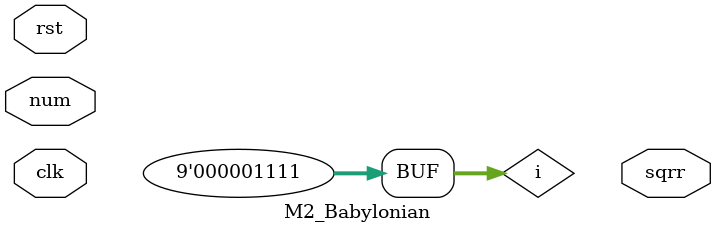
<source format=v>
`timescale 1ns / 1ps
module M2_Babylonian(
    input [15:-8] num,
    output [5:0] sqrr,
    input clk,
    input rst
    );
	 
	 reg signed [8:0]i;
	 always@(rst)
	 i=15;
	 
	 always@(posedge clk)
	 i=i-1;
	

endmodule

</source>
